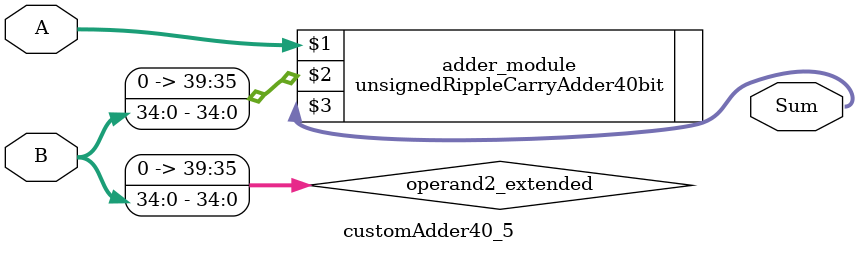
<source format=v>
module customAdder40_5(
                        input [39 : 0] A,
                        input [34 : 0] B,
                        
                        output [40 : 0] Sum
                );

        wire [39 : 0] operand2_extended;
        
        assign operand2_extended =  {5'b0, B};
        
        unsignedRippleCarryAdder40bit adder_module(
            A,
            operand2_extended,
            Sum
        );
        
        endmodule
        
</source>
